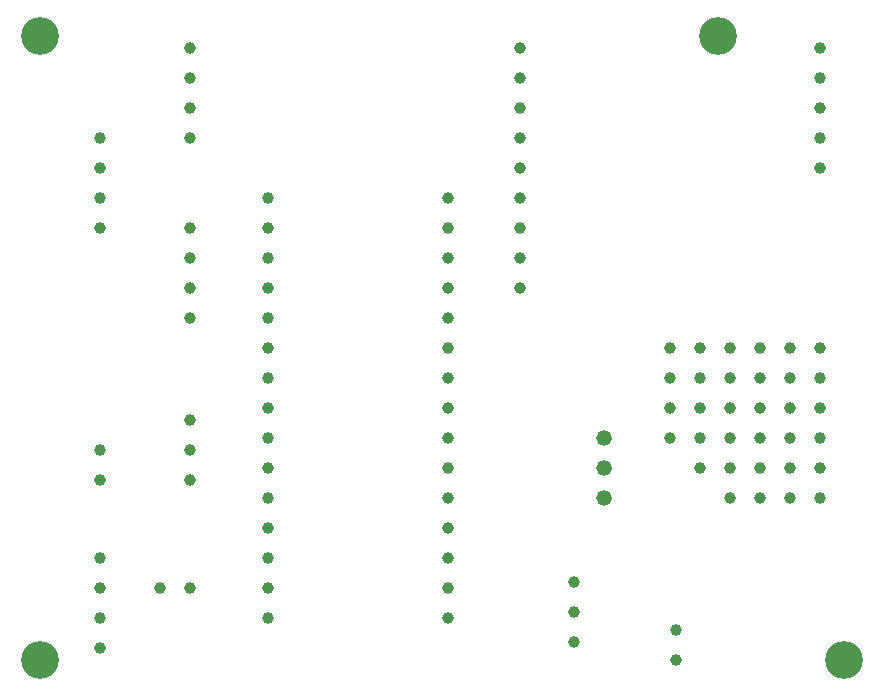
<source format=gbr>
G04 Generated by Ultiboard 14.2 *
%FSLAX34Y34*%
%MOMM*%

%ADD10C,0.0001*%
%ADD11C,3.2000*%
%ADD12C,1.0000*%
%ADD13C,1.3208*%


G04 ColorRGB 000000 for the following layer *
%LNBohrung-Copper Top-Copper Bottom*%
%LPD*%
G54D11*
X35560Y35560D03*
X35560Y563880D03*
X716280Y35560D03*
X609600Y563880D03*
G54D12*
X441960Y528320D03*
X441960Y502920D03*
X441960Y477520D03*
X441960Y452120D03*
X441960Y426720D03*
X441960Y401320D03*
X441960Y375920D03*
X441960Y350520D03*
X695960Y452120D03*
X441960Y553720D03*
X695960Y553720D03*
X695960Y528320D03*
X695960Y502920D03*
X695960Y477520D03*
X228600Y426720D03*
X228600Y401320D03*
X228600Y375920D03*
X228600Y350520D03*
X228600Y325120D03*
X228600Y299720D03*
X228600Y274320D03*
X228600Y248920D03*
X228600Y223520D03*
X228600Y198120D03*
X228600Y172720D03*
X228600Y147320D03*
X228600Y121920D03*
X228600Y96520D03*
X228600Y71120D03*
X381000Y426720D03*
X381000Y401320D03*
X381000Y375920D03*
X381000Y350520D03*
X381000Y325120D03*
X381000Y299720D03*
X381000Y274320D03*
X381000Y248920D03*
X381000Y223520D03*
X381000Y198120D03*
X381000Y172720D03*
X381000Y147320D03*
X381000Y121920D03*
X381000Y96520D03*
X381000Y71120D03*
X86360Y45720D03*
X86360Y71120D03*
X86360Y96520D03*
X86360Y121920D03*
X574040Y35560D03*
X574040Y60960D03*
X137160Y96520D03*
X162560Y96520D03*
X162560Y187960D03*
X162560Y213360D03*
X162560Y238760D03*
X86360Y187960D03*
X86360Y213360D03*
X162560Y325120D03*
X162560Y350520D03*
X162560Y375920D03*
X162560Y401320D03*
X86360Y477520D03*
X86360Y452120D03*
X86360Y426720D03*
X86360Y401320D03*
X162560Y477520D03*
X162560Y502920D03*
X162560Y528320D03*
X162560Y553720D03*
X487680Y50800D03*
X487680Y76200D03*
X487680Y101600D03*
X695960Y274320D03*
X670560Y274320D03*
X619760Y274320D03*
X645160Y274320D03*
X568960Y274320D03*
X594360Y274320D03*
X568960Y248920D03*
X594360Y248920D03*
X619760Y248920D03*
X645160Y248920D03*
X670560Y248920D03*
X695960Y248920D03*
X568960Y299720D03*
X594360Y299720D03*
X619760Y299720D03*
X645160Y299720D03*
X670560Y299720D03*
X695960Y299720D03*
X568960Y223520D03*
X594360Y223520D03*
X619760Y223520D03*
X645160Y223520D03*
X670560Y223520D03*
X695960Y223520D03*
X594360Y198120D03*
X619760Y198120D03*
X645160Y198120D03*
X670560Y198120D03*
X695960Y198120D03*
X619760Y172720D03*
X645160Y172720D03*
X670560Y172720D03*
X695960Y172720D03*
G54D13*
X513080Y198120D03*
X513080Y223520D03*
X513080Y172720D03*

M02*

</source>
